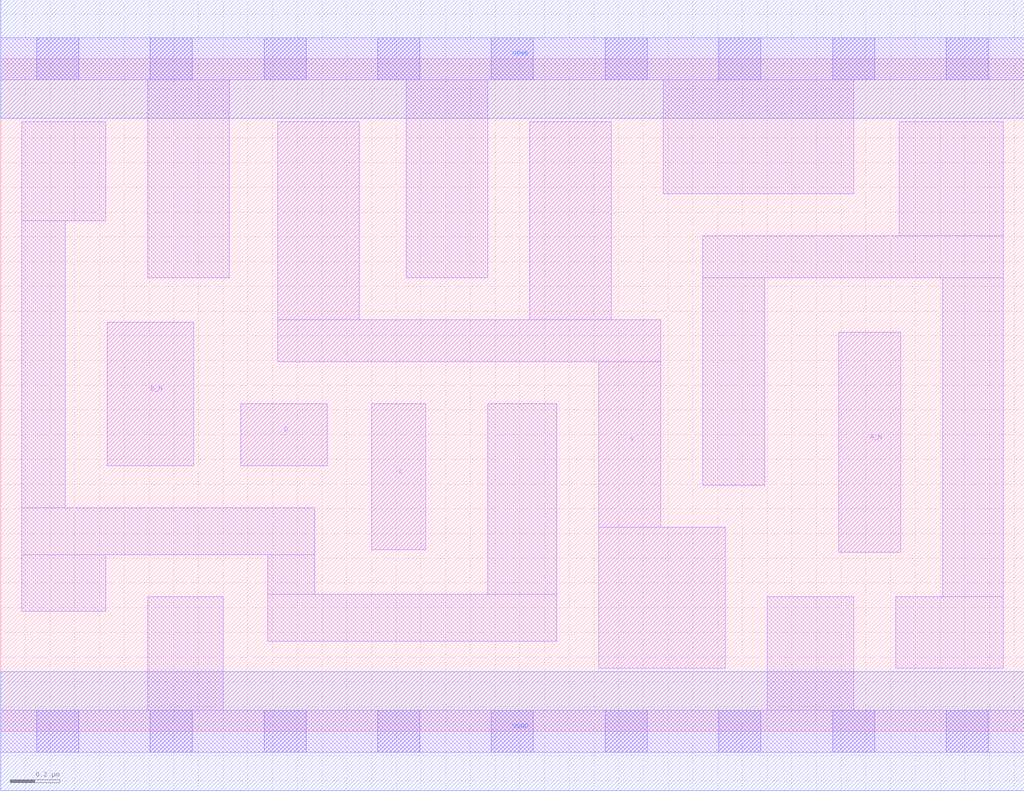
<source format=lef>
# Copyright 2020 The SkyWater PDK Authors
#
# Licensed under the Apache License, Version 2.0 (the "License");
# you may not use this file except in compliance with the License.
# You may obtain a copy of the License at
#
#     https://www.apache.org/licenses/LICENSE-2.0
#
# Unless required by applicable law or agreed to in writing, software
# distributed under the License is distributed on an "AS IS" BASIS,
# WITHOUT WARRANTIES OR CONDITIONS OF ANY KIND, either express or implied.
# See the License for the specific language governing permissions and
# limitations under the License.
#
# SPDX-License-Identifier: Apache-2.0

VERSION 5.7 ;
  NAMESCASESENSITIVE ON ;
  NOWIREEXTENSIONATPIN ON ;
  DIVIDERCHAR "/" ;
  BUSBITCHARS "[]" ;
UNITS
  DATABASE MICRONS 200 ;
END UNITS
MACRO sky130_fd_sc_hd__nand4bb_1
  CLASS CORE ;
  FOREIGN sky130_fd_sc_hd__nand4bb_1 ;
  ORIGIN  0.000000  0.000000 ;
  SIZE  4.140000 BY  2.720000 ;
  SYMMETRY X Y R90 ;
  SITE unithd ;
  PIN A_N
    ANTENNAGATEAREA  0.126000 ;
    DIRECTION INPUT ;
    USE SIGNAL ;
    PORT
      LAYER li1 ;
        RECT 3.390000 0.725000 3.640000 1.615000 ;
    END
  END A_N
  PIN B_N
    ANTENNAGATEAREA  0.126000 ;
    DIRECTION INPUT ;
    USE SIGNAL ;
    PORT
      LAYER li1 ;
        RECT 0.430000 1.075000 0.780000 1.655000 ;
    END
  END B_N
  PIN C
    ANTENNAGATEAREA  0.247500 ;
    DIRECTION INPUT ;
    USE SIGNAL ;
    PORT
      LAYER li1 ;
        RECT 1.500000 0.735000 1.720000 1.325000 ;
    END
  END C
  PIN D
    ANTENNAGATEAREA  0.247500 ;
    DIRECTION INPUT ;
    USE SIGNAL ;
    PORT
      LAYER li1 ;
        RECT 0.970000 1.075000 1.320000 1.325000 ;
    END
  END D
  PIN Y
    ANTENNADIFFAREA  0.909000 ;
    DIRECTION OUTPUT ;
    USE SIGNAL ;
    PORT
      LAYER li1 ;
        RECT 1.120000 1.495000 2.670000 1.665000 ;
        RECT 1.120000 1.665000 1.450000 2.465000 ;
        RECT 2.140000 1.665000 2.470000 2.465000 ;
        RECT 2.420000 0.255000 2.930000 0.825000 ;
        RECT 2.420000 0.825000 2.670000 1.495000 ;
    END
  END Y
  PIN VGND
    DIRECTION INOUT ;
    SHAPE ABUTMENT ;
    USE GROUND ;
    PORT
      LAYER met1 ;
        RECT 0.000000 -0.240000 4.140000 0.240000 ;
    END
  END VGND
  PIN VPWR
    DIRECTION INOUT ;
    SHAPE ABUTMENT ;
    USE POWER ;
    PORT
      LAYER met1 ;
        RECT 0.000000 2.480000 4.140000 2.960000 ;
    END
  END VPWR
  OBS
    LAYER li1 ;
      RECT 0.000000 -0.085000 4.140000 0.085000 ;
      RECT 0.000000  2.635000 4.140000 2.805000 ;
      RECT 0.085000  0.485000 0.425000 0.715000 ;
      RECT 0.085000  0.715000 1.270000 0.905000 ;
      RECT 0.085000  0.905000 0.260000 2.065000 ;
      RECT 0.085000  2.065000 0.425000 2.465000 ;
      RECT 0.595000  0.085000 0.900000 0.545000 ;
      RECT 0.595000  1.835000 0.925000 2.635000 ;
      RECT 1.080000  0.365000 2.250000 0.555000 ;
      RECT 1.080000  0.555000 1.270000 0.715000 ;
      RECT 1.640000  1.835000 1.970000 2.635000 ;
      RECT 1.970000  0.555000 2.250000 1.325000 ;
      RECT 2.680000  2.175000 3.450000 2.635000 ;
      RECT 2.840000  0.995000 3.090000 1.835000 ;
      RECT 2.840000  1.835000 4.055000 2.005000 ;
      RECT 3.100000  0.085000 3.450000 0.545000 ;
      RECT 3.620000  0.255000 4.055000 0.545000 ;
      RECT 3.635000  2.005000 4.055000 2.465000 ;
      RECT 3.810000  0.545000 4.055000 1.835000 ;
    LAYER mcon ;
      RECT 0.145000 -0.085000 0.315000 0.085000 ;
      RECT 0.145000  2.635000 0.315000 2.805000 ;
      RECT 0.605000 -0.085000 0.775000 0.085000 ;
      RECT 0.605000  2.635000 0.775000 2.805000 ;
      RECT 1.065000 -0.085000 1.235000 0.085000 ;
      RECT 1.065000  2.635000 1.235000 2.805000 ;
      RECT 1.525000 -0.085000 1.695000 0.085000 ;
      RECT 1.525000  2.635000 1.695000 2.805000 ;
      RECT 1.985000 -0.085000 2.155000 0.085000 ;
      RECT 1.985000  2.635000 2.155000 2.805000 ;
      RECT 2.445000 -0.085000 2.615000 0.085000 ;
      RECT 2.445000  2.635000 2.615000 2.805000 ;
      RECT 2.905000 -0.085000 3.075000 0.085000 ;
      RECT 2.905000  2.635000 3.075000 2.805000 ;
      RECT 3.365000 -0.085000 3.535000 0.085000 ;
      RECT 3.365000  2.635000 3.535000 2.805000 ;
      RECT 3.825000 -0.085000 3.995000 0.085000 ;
      RECT 3.825000  2.635000 3.995000 2.805000 ;
  END
END sky130_fd_sc_hd__nand4bb_1
END LIBRARY

</source>
